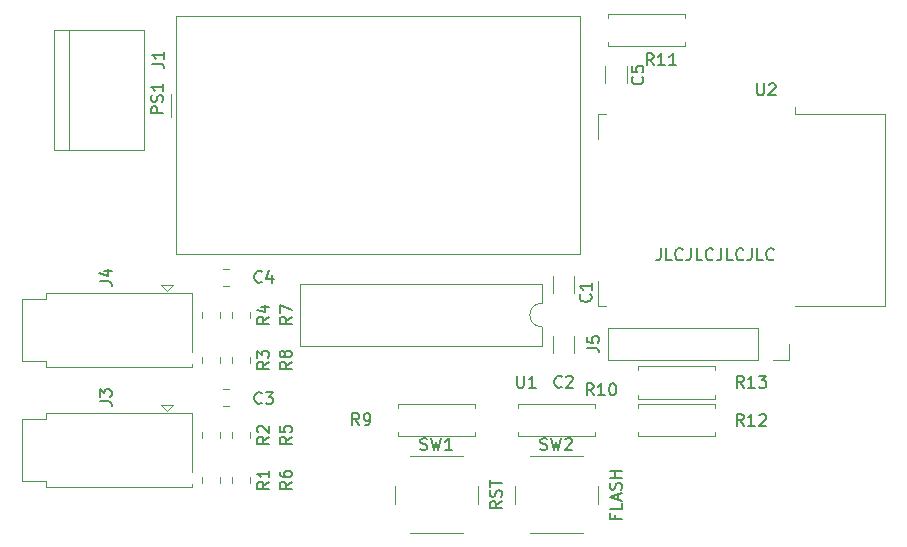
<source format=gbr>
%TF.GenerationSoftware,KiCad,Pcbnew,(6.0.10-0)*%
%TF.CreationDate,2023-01-20T21:59:01-08:00*%
%TF.ProjectId,mains-monitor,6d61696e-732d-46d6-9f6e-69746f722e6b,rev?*%
%TF.SameCoordinates,Original*%
%TF.FileFunction,Legend,Top*%
%TF.FilePolarity,Positive*%
%FSLAX46Y46*%
G04 Gerber Fmt 4.6, Leading zero omitted, Abs format (unit mm)*
G04 Created by KiCad (PCBNEW (6.0.10-0)) date 2023-01-20 21:59:01*
%MOMM*%
%LPD*%
G01*
G04 APERTURE LIST*
%ADD10C,0.150000*%
%ADD11C,0.120000*%
G04 APERTURE END LIST*
D10*
X72342952Y-47712380D02*
X72342952Y-48426666D01*
X72295333Y-48569523D01*
X72200095Y-48664761D01*
X72057238Y-48712380D01*
X71962000Y-48712380D01*
X73295333Y-48712380D02*
X72819142Y-48712380D01*
X72819142Y-47712380D01*
X74200095Y-48617142D02*
X74152476Y-48664761D01*
X74009619Y-48712380D01*
X73914380Y-48712380D01*
X73771523Y-48664761D01*
X73676285Y-48569523D01*
X73628666Y-48474285D01*
X73581047Y-48283809D01*
X73581047Y-48140952D01*
X73628666Y-47950476D01*
X73676285Y-47855238D01*
X73771523Y-47760000D01*
X73914380Y-47712380D01*
X74009619Y-47712380D01*
X74152476Y-47760000D01*
X74200095Y-47807619D01*
X74914380Y-47712380D02*
X74914380Y-48426666D01*
X74866761Y-48569523D01*
X74771523Y-48664761D01*
X74628666Y-48712380D01*
X74533428Y-48712380D01*
X75866761Y-48712380D02*
X75390571Y-48712380D01*
X75390571Y-47712380D01*
X76771523Y-48617142D02*
X76723904Y-48664761D01*
X76581047Y-48712380D01*
X76485809Y-48712380D01*
X76342952Y-48664761D01*
X76247714Y-48569523D01*
X76200095Y-48474285D01*
X76152476Y-48283809D01*
X76152476Y-48140952D01*
X76200095Y-47950476D01*
X76247714Y-47855238D01*
X76342952Y-47760000D01*
X76485809Y-47712380D01*
X76581047Y-47712380D01*
X76723904Y-47760000D01*
X76771523Y-47807619D01*
X77485809Y-47712380D02*
X77485809Y-48426666D01*
X77438190Y-48569523D01*
X77342952Y-48664761D01*
X77200095Y-48712380D01*
X77104857Y-48712380D01*
X78438190Y-48712380D02*
X77962000Y-48712380D01*
X77962000Y-47712380D01*
X79342952Y-48617142D02*
X79295333Y-48664761D01*
X79152476Y-48712380D01*
X79057238Y-48712380D01*
X78914380Y-48664761D01*
X78819142Y-48569523D01*
X78771523Y-48474285D01*
X78723904Y-48283809D01*
X78723904Y-48140952D01*
X78771523Y-47950476D01*
X78819142Y-47855238D01*
X78914380Y-47760000D01*
X79057238Y-47712380D01*
X79152476Y-47712380D01*
X79295333Y-47760000D01*
X79342952Y-47807619D01*
X80057238Y-47712380D02*
X80057238Y-48426666D01*
X80009619Y-48569523D01*
X79914380Y-48664761D01*
X79771523Y-48712380D01*
X79676285Y-48712380D01*
X81009619Y-48712380D02*
X80533428Y-48712380D01*
X80533428Y-47712380D01*
X81914380Y-48617142D02*
X81866761Y-48664761D01*
X81723904Y-48712380D01*
X81628666Y-48712380D01*
X81485809Y-48664761D01*
X81390571Y-48569523D01*
X81342952Y-48474285D01*
X81295333Y-48283809D01*
X81295333Y-48140952D01*
X81342952Y-47950476D01*
X81390571Y-47855238D01*
X81485809Y-47760000D01*
X81628666Y-47712380D01*
X81723904Y-47712380D01*
X81866761Y-47760000D01*
X81914380Y-47807619D01*
%TO.C,C2*%
X63968333Y-59412142D02*
X63920714Y-59459761D01*
X63777857Y-59507380D01*
X63682619Y-59507380D01*
X63539761Y-59459761D01*
X63444523Y-59364523D01*
X63396904Y-59269285D01*
X63349285Y-59078809D01*
X63349285Y-58935952D01*
X63396904Y-58745476D01*
X63444523Y-58650238D01*
X63539761Y-58555000D01*
X63682619Y-58507380D01*
X63777857Y-58507380D01*
X63920714Y-58555000D01*
X63968333Y-58602619D01*
X64349285Y-58602619D02*
X64396904Y-58555000D01*
X64492142Y-58507380D01*
X64730238Y-58507380D01*
X64825476Y-58555000D01*
X64873095Y-58602619D01*
X64920714Y-58697857D01*
X64920714Y-58793095D01*
X64873095Y-58935952D01*
X64301666Y-59507380D01*
X64920714Y-59507380D01*
%TO.C,U2*%
X80518095Y-33742380D02*
X80518095Y-34551904D01*
X80565714Y-34647142D01*
X80613333Y-34694761D01*
X80708571Y-34742380D01*
X80899047Y-34742380D01*
X80994285Y-34694761D01*
X81041904Y-34647142D01*
X81089523Y-34551904D01*
X81089523Y-33742380D01*
X81518095Y-33837619D02*
X81565714Y-33790000D01*
X81660952Y-33742380D01*
X81899047Y-33742380D01*
X81994285Y-33790000D01*
X82041904Y-33837619D01*
X82089523Y-33932857D01*
X82089523Y-34028095D01*
X82041904Y-34170952D01*
X81470476Y-34742380D01*
X82089523Y-34742380D01*
%TO.C,SW1*%
X52006666Y-64734761D02*
X52149523Y-64782380D01*
X52387619Y-64782380D01*
X52482857Y-64734761D01*
X52530476Y-64687142D01*
X52578095Y-64591904D01*
X52578095Y-64496666D01*
X52530476Y-64401428D01*
X52482857Y-64353809D01*
X52387619Y-64306190D01*
X52197142Y-64258571D01*
X52101904Y-64210952D01*
X52054285Y-64163333D01*
X52006666Y-64068095D01*
X52006666Y-63972857D01*
X52054285Y-63877619D01*
X52101904Y-63830000D01*
X52197142Y-63782380D01*
X52435238Y-63782380D01*
X52578095Y-63830000D01*
X52911428Y-63782380D02*
X53149523Y-64782380D01*
X53340000Y-64068095D01*
X53530476Y-64782380D01*
X53768571Y-63782380D01*
X54673333Y-64782380D02*
X54101904Y-64782380D01*
X54387619Y-64782380D02*
X54387619Y-63782380D01*
X54292380Y-63925238D01*
X54197142Y-64020476D01*
X54101904Y-64068095D01*
X58872380Y-69127619D02*
X58396190Y-69460952D01*
X58872380Y-69699047D02*
X57872380Y-69699047D01*
X57872380Y-69318095D01*
X57920000Y-69222857D01*
X57967619Y-69175238D01*
X58062857Y-69127619D01*
X58205714Y-69127619D01*
X58300952Y-69175238D01*
X58348571Y-69222857D01*
X58396190Y-69318095D01*
X58396190Y-69699047D01*
X58824761Y-68746666D02*
X58872380Y-68603809D01*
X58872380Y-68365714D01*
X58824761Y-68270476D01*
X58777142Y-68222857D01*
X58681904Y-68175238D01*
X58586666Y-68175238D01*
X58491428Y-68222857D01*
X58443809Y-68270476D01*
X58396190Y-68365714D01*
X58348571Y-68556190D01*
X58300952Y-68651428D01*
X58253333Y-68699047D01*
X58158095Y-68746666D01*
X58062857Y-68746666D01*
X57967619Y-68699047D01*
X57920000Y-68651428D01*
X57872380Y-68556190D01*
X57872380Y-68318095D01*
X57920000Y-68175238D01*
X57872380Y-67889523D02*
X57872380Y-67318095D01*
X58872380Y-67603809D02*
X57872380Y-67603809D01*
%TO.C,R5*%
X41092380Y-63674166D02*
X40616190Y-64007500D01*
X41092380Y-64245595D02*
X40092380Y-64245595D01*
X40092380Y-63864642D01*
X40140000Y-63769404D01*
X40187619Y-63721785D01*
X40282857Y-63674166D01*
X40425714Y-63674166D01*
X40520952Y-63721785D01*
X40568571Y-63769404D01*
X40616190Y-63864642D01*
X40616190Y-64245595D01*
X40092380Y-62769404D02*
X40092380Y-63245595D01*
X40568571Y-63293214D01*
X40520952Y-63245595D01*
X40473333Y-63150357D01*
X40473333Y-62912261D01*
X40520952Y-62817023D01*
X40568571Y-62769404D01*
X40663809Y-62721785D01*
X40901904Y-62721785D01*
X40997142Y-62769404D01*
X41044761Y-62817023D01*
X41092380Y-62912261D01*
X41092380Y-63150357D01*
X41044761Y-63245595D01*
X40997142Y-63293214D01*
%TO.C,R7*%
X41092380Y-53514166D02*
X40616190Y-53847500D01*
X41092380Y-54085595D02*
X40092380Y-54085595D01*
X40092380Y-53704642D01*
X40140000Y-53609404D01*
X40187619Y-53561785D01*
X40282857Y-53514166D01*
X40425714Y-53514166D01*
X40520952Y-53561785D01*
X40568571Y-53609404D01*
X40616190Y-53704642D01*
X40616190Y-54085595D01*
X40092380Y-53180833D02*
X40092380Y-52514166D01*
X41092380Y-52942738D01*
%TO.C,R11*%
X71747142Y-32202380D02*
X71413809Y-31726190D01*
X71175714Y-32202380D02*
X71175714Y-31202380D01*
X71556666Y-31202380D01*
X71651904Y-31250000D01*
X71699523Y-31297619D01*
X71747142Y-31392857D01*
X71747142Y-31535714D01*
X71699523Y-31630952D01*
X71651904Y-31678571D01*
X71556666Y-31726190D01*
X71175714Y-31726190D01*
X72699523Y-32202380D02*
X72128095Y-32202380D01*
X72413809Y-32202380D02*
X72413809Y-31202380D01*
X72318571Y-31345238D01*
X72223333Y-31440476D01*
X72128095Y-31488095D01*
X73651904Y-32202380D02*
X73080476Y-32202380D01*
X73366190Y-32202380D02*
X73366190Y-31202380D01*
X73270952Y-31345238D01*
X73175714Y-31440476D01*
X73080476Y-31488095D01*
%TO.C,R4*%
X39187380Y-53514166D02*
X38711190Y-53847500D01*
X39187380Y-54085595D02*
X38187380Y-54085595D01*
X38187380Y-53704642D01*
X38235000Y-53609404D01*
X38282619Y-53561785D01*
X38377857Y-53514166D01*
X38520714Y-53514166D01*
X38615952Y-53561785D01*
X38663571Y-53609404D01*
X38711190Y-53704642D01*
X38711190Y-54085595D01*
X38520714Y-52657023D02*
X39187380Y-52657023D01*
X38139761Y-52895119D02*
X38854047Y-53133214D01*
X38854047Y-52514166D01*
%TO.C,C1*%
X66397142Y-51601666D02*
X66444761Y-51649285D01*
X66492380Y-51792142D01*
X66492380Y-51887380D01*
X66444761Y-52030238D01*
X66349523Y-52125476D01*
X66254285Y-52173095D01*
X66063809Y-52220714D01*
X65920952Y-52220714D01*
X65730476Y-52173095D01*
X65635238Y-52125476D01*
X65540000Y-52030238D01*
X65492380Y-51887380D01*
X65492380Y-51792142D01*
X65540000Y-51649285D01*
X65587619Y-51601666D01*
X66492380Y-50649285D02*
X66492380Y-51220714D01*
X66492380Y-50935000D02*
X65492380Y-50935000D01*
X65635238Y-51030238D01*
X65730476Y-51125476D01*
X65778095Y-51220714D01*
%TO.C,R8*%
X41092380Y-57324166D02*
X40616190Y-57657500D01*
X41092380Y-57895595D02*
X40092380Y-57895595D01*
X40092380Y-57514642D01*
X40140000Y-57419404D01*
X40187619Y-57371785D01*
X40282857Y-57324166D01*
X40425714Y-57324166D01*
X40520952Y-57371785D01*
X40568571Y-57419404D01*
X40616190Y-57514642D01*
X40616190Y-57895595D01*
X40520952Y-56752738D02*
X40473333Y-56847976D01*
X40425714Y-56895595D01*
X40330476Y-56943214D01*
X40282857Y-56943214D01*
X40187619Y-56895595D01*
X40140000Y-56847976D01*
X40092380Y-56752738D01*
X40092380Y-56562261D01*
X40140000Y-56467023D01*
X40187619Y-56419404D01*
X40282857Y-56371785D01*
X40330476Y-56371785D01*
X40425714Y-56419404D01*
X40473333Y-56467023D01*
X40520952Y-56562261D01*
X40520952Y-56752738D01*
X40568571Y-56847976D01*
X40616190Y-56895595D01*
X40711428Y-56943214D01*
X40901904Y-56943214D01*
X40997142Y-56895595D01*
X41044761Y-56847976D01*
X41092380Y-56752738D01*
X41092380Y-56562261D01*
X41044761Y-56467023D01*
X40997142Y-56419404D01*
X40901904Y-56371785D01*
X40711428Y-56371785D01*
X40616190Y-56419404D01*
X40568571Y-56467023D01*
X40520952Y-56562261D01*
%TO.C,R2*%
X39187380Y-63666666D02*
X38711190Y-64000000D01*
X39187380Y-64238095D02*
X38187380Y-64238095D01*
X38187380Y-63857142D01*
X38235000Y-63761904D01*
X38282619Y-63714285D01*
X38377857Y-63666666D01*
X38520714Y-63666666D01*
X38615952Y-63714285D01*
X38663571Y-63761904D01*
X38711190Y-63857142D01*
X38711190Y-64238095D01*
X38282619Y-63285714D02*
X38235000Y-63238095D01*
X38187380Y-63142857D01*
X38187380Y-62904761D01*
X38235000Y-62809523D01*
X38282619Y-62761904D01*
X38377857Y-62714285D01*
X38473095Y-62714285D01*
X38615952Y-62761904D01*
X39187380Y-63333333D01*
X39187380Y-62714285D01*
%TO.C,J5*%
X66127380Y-56138333D02*
X66841666Y-56138333D01*
X66984523Y-56185952D01*
X67079761Y-56281190D01*
X67127380Y-56424047D01*
X67127380Y-56519285D01*
X66127380Y-55185952D02*
X66127380Y-55662142D01*
X66603571Y-55709761D01*
X66555952Y-55662142D01*
X66508333Y-55566904D01*
X66508333Y-55328809D01*
X66555952Y-55233571D01*
X66603571Y-55185952D01*
X66698809Y-55138333D01*
X66936904Y-55138333D01*
X67032142Y-55185952D01*
X67079761Y-55233571D01*
X67127380Y-55328809D01*
X67127380Y-55566904D01*
X67079761Y-55662142D01*
X67032142Y-55709761D01*
%TO.C,R13*%
X79367142Y-59507380D02*
X79033809Y-59031190D01*
X78795714Y-59507380D02*
X78795714Y-58507380D01*
X79176666Y-58507380D01*
X79271904Y-58555000D01*
X79319523Y-58602619D01*
X79367142Y-58697857D01*
X79367142Y-58840714D01*
X79319523Y-58935952D01*
X79271904Y-58983571D01*
X79176666Y-59031190D01*
X78795714Y-59031190D01*
X80319523Y-59507380D02*
X79748095Y-59507380D01*
X80033809Y-59507380D02*
X80033809Y-58507380D01*
X79938571Y-58650238D01*
X79843333Y-58745476D01*
X79748095Y-58793095D01*
X80652857Y-58507380D02*
X81271904Y-58507380D01*
X80938571Y-58888333D01*
X81081428Y-58888333D01*
X81176666Y-58935952D01*
X81224285Y-58983571D01*
X81271904Y-59078809D01*
X81271904Y-59316904D01*
X81224285Y-59412142D01*
X81176666Y-59459761D01*
X81081428Y-59507380D01*
X80795714Y-59507380D01*
X80700476Y-59459761D01*
X80652857Y-59412142D01*
%TO.C,J3*%
X24852380Y-60658333D02*
X25566666Y-60658333D01*
X25709523Y-60705952D01*
X25804761Y-60801190D01*
X25852380Y-60944047D01*
X25852380Y-61039285D01*
X24852380Y-60277380D02*
X24852380Y-59658333D01*
X25233333Y-59991666D01*
X25233333Y-59848809D01*
X25280952Y-59753571D01*
X25328571Y-59705952D01*
X25423809Y-59658333D01*
X25661904Y-59658333D01*
X25757142Y-59705952D01*
X25804761Y-59753571D01*
X25852380Y-59848809D01*
X25852380Y-60134523D01*
X25804761Y-60229761D01*
X25757142Y-60277380D01*
%TO.C,J1*%
X29297380Y-32083333D02*
X30011666Y-32083333D01*
X30154523Y-32130952D01*
X30249761Y-32226190D01*
X30297380Y-32369047D01*
X30297380Y-32464285D01*
X30297380Y-31083333D02*
X30297380Y-31654761D01*
X30297380Y-31369047D02*
X29297380Y-31369047D01*
X29440238Y-31464285D01*
X29535476Y-31559523D01*
X29583095Y-31654761D01*
%TO.C,R9*%
X46823333Y-62672380D02*
X46490000Y-62196190D01*
X46251904Y-62672380D02*
X46251904Y-61672380D01*
X46632857Y-61672380D01*
X46728095Y-61720000D01*
X46775714Y-61767619D01*
X46823333Y-61862857D01*
X46823333Y-62005714D01*
X46775714Y-62100952D01*
X46728095Y-62148571D01*
X46632857Y-62196190D01*
X46251904Y-62196190D01*
X47299523Y-62672380D02*
X47490000Y-62672380D01*
X47585238Y-62624761D01*
X47632857Y-62577142D01*
X47728095Y-62434285D01*
X47775714Y-62243809D01*
X47775714Y-61862857D01*
X47728095Y-61767619D01*
X47680476Y-61720000D01*
X47585238Y-61672380D01*
X47394761Y-61672380D01*
X47299523Y-61720000D01*
X47251904Y-61767619D01*
X47204285Y-61862857D01*
X47204285Y-62100952D01*
X47251904Y-62196190D01*
X47299523Y-62243809D01*
X47394761Y-62291428D01*
X47585238Y-62291428D01*
X47680476Y-62243809D01*
X47728095Y-62196190D01*
X47775714Y-62100952D01*
%TO.C,U1*%
X60198095Y-58507380D02*
X60198095Y-59316904D01*
X60245714Y-59412142D01*
X60293333Y-59459761D01*
X60388571Y-59507380D01*
X60579047Y-59507380D01*
X60674285Y-59459761D01*
X60721904Y-59412142D01*
X60769523Y-59316904D01*
X60769523Y-58507380D01*
X61769523Y-59507380D02*
X61198095Y-59507380D01*
X61483809Y-59507380D02*
X61483809Y-58507380D01*
X61388571Y-58650238D01*
X61293333Y-58745476D01*
X61198095Y-58793095D01*
%TO.C,C4*%
X38568333Y-50522142D02*
X38520714Y-50569761D01*
X38377857Y-50617380D01*
X38282619Y-50617380D01*
X38139761Y-50569761D01*
X38044523Y-50474523D01*
X37996904Y-50379285D01*
X37949285Y-50188809D01*
X37949285Y-50045952D01*
X37996904Y-49855476D01*
X38044523Y-49760238D01*
X38139761Y-49665000D01*
X38282619Y-49617380D01*
X38377857Y-49617380D01*
X38520714Y-49665000D01*
X38568333Y-49712619D01*
X39425476Y-49950714D02*
X39425476Y-50617380D01*
X39187380Y-49569761D02*
X38949285Y-50284047D01*
X39568333Y-50284047D01*
%TO.C,R6*%
X41092380Y-67484166D02*
X40616190Y-67817500D01*
X41092380Y-68055595D02*
X40092380Y-68055595D01*
X40092380Y-67674642D01*
X40140000Y-67579404D01*
X40187619Y-67531785D01*
X40282857Y-67484166D01*
X40425714Y-67484166D01*
X40520952Y-67531785D01*
X40568571Y-67579404D01*
X40616190Y-67674642D01*
X40616190Y-68055595D01*
X40092380Y-66627023D02*
X40092380Y-66817500D01*
X40140000Y-66912738D01*
X40187619Y-66960357D01*
X40330476Y-67055595D01*
X40520952Y-67103214D01*
X40901904Y-67103214D01*
X40997142Y-67055595D01*
X41044761Y-67007976D01*
X41092380Y-66912738D01*
X41092380Y-66722261D01*
X41044761Y-66627023D01*
X40997142Y-66579404D01*
X40901904Y-66531785D01*
X40663809Y-66531785D01*
X40568571Y-66579404D01*
X40520952Y-66627023D01*
X40473333Y-66722261D01*
X40473333Y-66912738D01*
X40520952Y-67007976D01*
X40568571Y-67055595D01*
X40663809Y-67103214D01*
%TO.C,J4*%
X24852380Y-50498333D02*
X25566666Y-50498333D01*
X25709523Y-50545952D01*
X25804761Y-50641190D01*
X25852380Y-50784047D01*
X25852380Y-50879285D01*
X25185714Y-49593571D02*
X25852380Y-49593571D01*
X24804761Y-49831666D02*
X25519047Y-50069761D01*
X25519047Y-49450714D01*
%TO.C,C3*%
X38568333Y-60782142D02*
X38520714Y-60829761D01*
X38377857Y-60877380D01*
X38282619Y-60877380D01*
X38139761Y-60829761D01*
X38044523Y-60734523D01*
X37996904Y-60639285D01*
X37949285Y-60448809D01*
X37949285Y-60305952D01*
X37996904Y-60115476D01*
X38044523Y-60020238D01*
X38139761Y-59925000D01*
X38282619Y-59877380D01*
X38377857Y-59877380D01*
X38520714Y-59925000D01*
X38568333Y-59972619D01*
X38901666Y-59877380D02*
X39520714Y-59877380D01*
X39187380Y-60258333D01*
X39330238Y-60258333D01*
X39425476Y-60305952D01*
X39473095Y-60353571D01*
X39520714Y-60448809D01*
X39520714Y-60686904D01*
X39473095Y-60782142D01*
X39425476Y-60829761D01*
X39330238Y-60877380D01*
X39044523Y-60877380D01*
X38949285Y-60829761D01*
X38901666Y-60782142D01*
%TO.C,R10*%
X66667142Y-60142380D02*
X66333809Y-59666190D01*
X66095714Y-60142380D02*
X66095714Y-59142380D01*
X66476666Y-59142380D01*
X66571904Y-59190000D01*
X66619523Y-59237619D01*
X66667142Y-59332857D01*
X66667142Y-59475714D01*
X66619523Y-59570952D01*
X66571904Y-59618571D01*
X66476666Y-59666190D01*
X66095714Y-59666190D01*
X67619523Y-60142380D02*
X67048095Y-60142380D01*
X67333809Y-60142380D02*
X67333809Y-59142380D01*
X67238571Y-59285238D01*
X67143333Y-59380476D01*
X67048095Y-59428095D01*
X68238571Y-59142380D02*
X68333809Y-59142380D01*
X68429047Y-59190000D01*
X68476666Y-59237619D01*
X68524285Y-59332857D01*
X68571904Y-59523333D01*
X68571904Y-59761428D01*
X68524285Y-59951904D01*
X68476666Y-60047142D01*
X68429047Y-60094761D01*
X68333809Y-60142380D01*
X68238571Y-60142380D01*
X68143333Y-60094761D01*
X68095714Y-60047142D01*
X68048095Y-59951904D01*
X68000476Y-59761428D01*
X68000476Y-59523333D01*
X68048095Y-59332857D01*
X68095714Y-59237619D01*
X68143333Y-59190000D01*
X68238571Y-59142380D01*
%TO.C,R12*%
X79367142Y-62737380D02*
X79033809Y-62261190D01*
X78795714Y-62737380D02*
X78795714Y-61737380D01*
X79176666Y-61737380D01*
X79271904Y-61785000D01*
X79319523Y-61832619D01*
X79367142Y-61927857D01*
X79367142Y-62070714D01*
X79319523Y-62165952D01*
X79271904Y-62213571D01*
X79176666Y-62261190D01*
X78795714Y-62261190D01*
X80319523Y-62737380D02*
X79748095Y-62737380D01*
X80033809Y-62737380D02*
X80033809Y-61737380D01*
X79938571Y-61880238D01*
X79843333Y-61975476D01*
X79748095Y-62023095D01*
X80700476Y-61832619D02*
X80748095Y-61785000D01*
X80843333Y-61737380D01*
X81081428Y-61737380D01*
X81176666Y-61785000D01*
X81224285Y-61832619D01*
X81271904Y-61927857D01*
X81271904Y-62023095D01*
X81224285Y-62165952D01*
X80652857Y-62737380D01*
X81271904Y-62737380D01*
%TO.C,R1*%
X39187380Y-67484166D02*
X38711190Y-67817500D01*
X39187380Y-68055595D02*
X38187380Y-68055595D01*
X38187380Y-67674642D01*
X38235000Y-67579404D01*
X38282619Y-67531785D01*
X38377857Y-67484166D01*
X38520714Y-67484166D01*
X38615952Y-67531785D01*
X38663571Y-67579404D01*
X38711190Y-67674642D01*
X38711190Y-68055595D01*
X39187380Y-66531785D02*
X39187380Y-67103214D01*
X39187380Y-66817500D02*
X38187380Y-66817500D01*
X38330238Y-66912738D01*
X38425476Y-67007976D01*
X38473095Y-67103214D01*
%TO.C,C5*%
X70787142Y-33186666D02*
X70834761Y-33234285D01*
X70882380Y-33377142D01*
X70882380Y-33472380D01*
X70834761Y-33615238D01*
X70739523Y-33710476D01*
X70644285Y-33758095D01*
X70453809Y-33805714D01*
X70310952Y-33805714D01*
X70120476Y-33758095D01*
X70025238Y-33710476D01*
X69930000Y-33615238D01*
X69882380Y-33472380D01*
X69882380Y-33377142D01*
X69930000Y-33234285D01*
X69977619Y-33186666D01*
X69882380Y-32281904D02*
X69882380Y-32758095D01*
X70358571Y-32805714D01*
X70310952Y-32758095D01*
X70263333Y-32662857D01*
X70263333Y-32424761D01*
X70310952Y-32329523D01*
X70358571Y-32281904D01*
X70453809Y-32234285D01*
X70691904Y-32234285D01*
X70787142Y-32281904D01*
X70834761Y-32329523D01*
X70882380Y-32424761D01*
X70882380Y-32662857D01*
X70834761Y-32758095D01*
X70787142Y-32805714D01*
%TO.C,R3*%
X39187380Y-57324166D02*
X38711190Y-57657500D01*
X39187380Y-57895595D02*
X38187380Y-57895595D01*
X38187380Y-57514642D01*
X38235000Y-57419404D01*
X38282619Y-57371785D01*
X38377857Y-57324166D01*
X38520714Y-57324166D01*
X38615952Y-57371785D01*
X38663571Y-57419404D01*
X38711190Y-57514642D01*
X38711190Y-57895595D01*
X38187380Y-56990833D02*
X38187380Y-56371785D01*
X38568333Y-56705119D01*
X38568333Y-56562261D01*
X38615952Y-56467023D01*
X38663571Y-56419404D01*
X38758809Y-56371785D01*
X38996904Y-56371785D01*
X39092142Y-56419404D01*
X39139761Y-56467023D01*
X39187380Y-56562261D01*
X39187380Y-56847976D01*
X39139761Y-56943214D01*
X39092142Y-56990833D01*
%TO.C,SW2*%
X62166666Y-64734761D02*
X62309523Y-64782380D01*
X62547619Y-64782380D01*
X62642857Y-64734761D01*
X62690476Y-64687142D01*
X62738095Y-64591904D01*
X62738095Y-64496666D01*
X62690476Y-64401428D01*
X62642857Y-64353809D01*
X62547619Y-64306190D01*
X62357142Y-64258571D01*
X62261904Y-64210952D01*
X62214285Y-64163333D01*
X62166666Y-64068095D01*
X62166666Y-63972857D01*
X62214285Y-63877619D01*
X62261904Y-63830000D01*
X62357142Y-63782380D01*
X62595238Y-63782380D01*
X62738095Y-63830000D01*
X63071428Y-63782380D02*
X63309523Y-64782380D01*
X63500000Y-64068095D01*
X63690476Y-64782380D01*
X63928571Y-63782380D01*
X64261904Y-63877619D02*
X64309523Y-63830000D01*
X64404761Y-63782380D01*
X64642857Y-63782380D01*
X64738095Y-63830000D01*
X64785714Y-63877619D01*
X64833333Y-63972857D01*
X64833333Y-64068095D01*
X64785714Y-64210952D01*
X64214285Y-64782380D01*
X64833333Y-64782380D01*
X68508571Y-70270476D02*
X68508571Y-70603809D01*
X69032380Y-70603809D02*
X68032380Y-70603809D01*
X68032380Y-70127619D01*
X69032380Y-69270476D02*
X69032380Y-69746666D01*
X68032380Y-69746666D01*
X68746666Y-68984761D02*
X68746666Y-68508571D01*
X69032380Y-69080000D02*
X68032380Y-68746666D01*
X69032380Y-68413333D01*
X68984761Y-68127619D02*
X69032380Y-67984761D01*
X69032380Y-67746666D01*
X68984761Y-67651428D01*
X68937142Y-67603809D01*
X68841904Y-67556190D01*
X68746666Y-67556190D01*
X68651428Y-67603809D01*
X68603809Y-67651428D01*
X68556190Y-67746666D01*
X68508571Y-67937142D01*
X68460952Y-68032380D01*
X68413333Y-68080000D01*
X68318095Y-68127619D01*
X68222857Y-68127619D01*
X68127619Y-68080000D01*
X68080000Y-68032380D01*
X68032380Y-67937142D01*
X68032380Y-67699047D01*
X68080000Y-67556190D01*
X69032380Y-67127619D02*
X68032380Y-67127619D01*
X68508571Y-67127619D02*
X68508571Y-66556190D01*
X69032380Y-66556190D02*
X68032380Y-66556190D01*
%TO.C,PS1*%
X30209880Y-36264285D02*
X29209880Y-36264285D01*
X29209880Y-35883333D01*
X29257500Y-35788095D01*
X29305119Y-35740476D01*
X29400357Y-35692857D01*
X29543214Y-35692857D01*
X29638452Y-35740476D01*
X29686071Y-35788095D01*
X29733690Y-35883333D01*
X29733690Y-36264285D01*
X30162261Y-35311904D02*
X30209880Y-35169047D01*
X30209880Y-34930952D01*
X30162261Y-34835714D01*
X30114642Y-34788095D01*
X30019404Y-34740476D01*
X29924166Y-34740476D01*
X29828928Y-34788095D01*
X29781309Y-34835714D01*
X29733690Y-34930952D01*
X29686071Y-35121428D01*
X29638452Y-35216666D01*
X29590833Y-35264285D01*
X29495595Y-35311904D01*
X29400357Y-35311904D01*
X29305119Y-35264285D01*
X29257500Y-35216666D01*
X29209880Y-35121428D01*
X29209880Y-34883333D01*
X29257500Y-34740476D01*
X30209880Y-33788095D02*
X30209880Y-34359523D01*
X30209880Y-34073809D02*
X29209880Y-34073809D01*
X29352738Y-34169047D01*
X29447976Y-34264285D01*
X29495595Y-34359523D01*
D11*
%TO.C,C2*%
X65045000Y-56591252D02*
X65045000Y-55168748D01*
X63225000Y-56591252D02*
X63225000Y-55168748D01*
%TO.C,U2*%
X91310000Y-52570000D02*
X83690000Y-52570000D01*
X83690000Y-36330000D02*
X91310000Y-36330000D01*
X67070000Y-36330000D02*
X67690000Y-36330000D01*
X91310000Y-36330000D02*
X91310000Y-52570000D01*
X83690000Y-36330000D02*
X83690000Y-35720000D01*
X67070000Y-52570000D02*
X67070000Y-50450000D01*
X67690000Y-52570000D02*
X67070000Y-52570000D01*
X67070000Y-38450000D02*
X67070000Y-36330000D01*
%TO.C,SW1*%
X49840000Y-67830000D02*
X49840000Y-69330000D01*
X56840000Y-69330000D02*
X56840000Y-67830000D01*
X55590000Y-65330000D02*
X51090000Y-65330000D01*
X51090000Y-71830000D02*
X55590000Y-71830000D01*
%TO.C,R5*%
X37565000Y-63280436D02*
X37565000Y-63734564D01*
X36095000Y-63280436D02*
X36095000Y-63734564D01*
%TO.C,R7*%
X37565000Y-53120436D02*
X37565000Y-53574564D01*
X36095000Y-53120436D02*
X36095000Y-53574564D01*
%TO.C,R11*%
X67850000Y-28170000D02*
X67850000Y-27840000D01*
X67850000Y-30580000D02*
X74390000Y-30580000D01*
X74390000Y-30580000D02*
X74390000Y-30250000D01*
X74390000Y-27840000D02*
X74390000Y-28170000D01*
X67850000Y-27840000D02*
X74390000Y-27840000D01*
X67850000Y-30250000D02*
X67850000Y-30580000D01*
%TO.C,R4*%
X35025000Y-53567064D02*
X35025000Y-53112936D01*
X33555000Y-53567064D02*
X33555000Y-53112936D01*
%TO.C,C1*%
X65045000Y-50088748D02*
X65045000Y-51511252D01*
X63225000Y-50088748D02*
X63225000Y-51511252D01*
%TO.C,R8*%
X37565000Y-56930436D02*
X37565000Y-57384564D01*
X36095000Y-56930436D02*
X36095000Y-57384564D01*
%TO.C,R2*%
X35025000Y-63727064D02*
X35025000Y-63272936D01*
X33555000Y-63727064D02*
X33555000Y-63272936D01*
%TO.C,J5*%
X83220000Y-57135000D02*
X81890000Y-57135000D01*
X80620000Y-54475000D02*
X67860000Y-54475000D01*
X80620000Y-57135000D02*
X67860000Y-57135000D01*
X80620000Y-54475000D02*
X80620000Y-57135000D01*
X83220000Y-55805000D02*
X83220000Y-57135000D01*
X67860000Y-54475000D02*
X67860000Y-57135000D01*
%TO.C,R13*%
X76930000Y-60425000D02*
X76930000Y-60095000D01*
X70390000Y-57685000D02*
X76930000Y-57685000D01*
X70390000Y-60095000D02*
X70390000Y-60425000D01*
X70390000Y-58015000D02*
X70390000Y-57685000D01*
X76930000Y-57685000D02*
X76930000Y-58015000D01*
X70390000Y-60425000D02*
X76930000Y-60425000D01*
%TO.C,J3*%
X30060000Y-60940000D02*
X30560000Y-61440000D01*
X32700000Y-61670000D02*
X32700000Y-66670000D01*
X20300000Y-61620000D02*
X32700000Y-61620000D01*
X20300000Y-67370000D02*
X18300000Y-67370000D01*
X20300000Y-67925000D02*
X32700000Y-67925000D01*
X18300000Y-62170000D02*
X18300000Y-67370000D01*
X32700000Y-67870000D02*
X32700000Y-67660000D01*
X30560000Y-61440000D02*
X31060000Y-60940000D01*
X20300000Y-67870000D02*
X20300000Y-67370000D01*
X18300000Y-62170000D02*
X20300000Y-62170000D01*
X31060000Y-60940000D02*
X30060000Y-60940000D01*
X20300000Y-61670000D02*
X20300000Y-62170000D01*
%TO.C,J1*%
X20955000Y-29210000D02*
X20955000Y-39370000D01*
X28575000Y-29210000D02*
X20955000Y-29210000D01*
X20955000Y-39370000D02*
X28575000Y-39370000D01*
X28575000Y-39370000D02*
X28575000Y-29210000D01*
X22225000Y-39370000D02*
X22225000Y-29210000D01*
%TO.C,R9*%
X50070000Y-63600000D02*
X56610000Y-63600000D01*
X56610000Y-60860000D02*
X56610000Y-61190000D01*
X50070000Y-63270000D02*
X50070000Y-63600000D01*
X56610000Y-63600000D02*
X56610000Y-63270000D01*
X50070000Y-61190000D02*
X50070000Y-60860000D01*
X50070000Y-60860000D02*
X56610000Y-60860000D01*
%TO.C,U1*%
X41835000Y-50700000D02*
X41835000Y-56000000D01*
X62275000Y-56000000D02*
X62275000Y-54350000D01*
X41835000Y-56000000D02*
X62275000Y-56000000D01*
X62275000Y-52350000D02*
X62275000Y-50700000D01*
X62275000Y-50700000D02*
X41835000Y-50700000D01*
X62275000Y-52350000D02*
G75*
G03*
X62275000Y-54350000I0J-1000000D01*
G01*
%TO.C,C4*%
X35298748Y-49430000D02*
X35821252Y-49430000D01*
X35298748Y-50900000D02*
X35821252Y-50900000D01*
%TO.C,R6*%
X36095000Y-67090436D02*
X36095000Y-67544564D01*
X37565000Y-67090436D02*
X37565000Y-67544564D01*
%TO.C,J4*%
X30060000Y-50780000D02*
X30560000Y-51280000D01*
X18300000Y-52010000D02*
X20300000Y-52010000D01*
X20300000Y-51460000D02*
X32700000Y-51460000D01*
X20300000Y-57765000D02*
X32700000Y-57765000D01*
X30560000Y-51280000D02*
X31060000Y-50780000D01*
X32700000Y-51510000D02*
X32700000Y-56510000D01*
X18300000Y-52010000D02*
X18300000Y-57210000D01*
X32700000Y-57710000D02*
X32700000Y-57500000D01*
X20300000Y-57210000D02*
X18300000Y-57210000D01*
X20300000Y-57710000D02*
X20300000Y-57210000D01*
X20300000Y-51510000D02*
X20300000Y-52010000D01*
X31060000Y-50780000D02*
X30060000Y-50780000D01*
%TO.C,C3*%
X35298748Y-61060000D02*
X35821252Y-61060000D01*
X35298748Y-59590000D02*
X35821252Y-59590000D01*
%TO.C,R10*%
X60230000Y-60860000D02*
X60230000Y-61190000D01*
X66770000Y-63600000D02*
X60230000Y-63600000D01*
X66770000Y-61190000D02*
X66770000Y-60860000D01*
X66770000Y-60860000D02*
X60230000Y-60860000D01*
X66770000Y-63270000D02*
X66770000Y-63600000D01*
X60230000Y-63600000D02*
X60230000Y-63270000D01*
%TO.C,R12*%
X70390000Y-61190000D02*
X70390000Y-60860000D01*
X70390000Y-63600000D02*
X76930000Y-63600000D01*
X70390000Y-63270000D02*
X70390000Y-63600000D01*
X76930000Y-60860000D02*
X76930000Y-61190000D01*
X70390000Y-60860000D02*
X76930000Y-60860000D01*
X76930000Y-63600000D02*
X76930000Y-63270000D01*
%TO.C,R1*%
X33555000Y-67537064D02*
X33555000Y-67082936D01*
X35025000Y-67537064D02*
X35025000Y-67082936D01*
%TO.C,C5*%
X69490000Y-32308748D02*
X69490000Y-33731252D01*
X67670000Y-32308748D02*
X67670000Y-33731252D01*
%TO.C,R3*%
X33555000Y-57377064D02*
X33555000Y-56922936D01*
X35025000Y-57377064D02*
X35025000Y-56922936D01*
%TO.C,SW2*%
X67000000Y-69330000D02*
X67000000Y-67830000D01*
X60000000Y-67830000D02*
X60000000Y-69330000D01*
X65750000Y-65330000D02*
X61250000Y-65330000D01*
X61250000Y-71830000D02*
X65750000Y-71830000D01*
%TO.C,PS1*%
X65497500Y-28000000D02*
X31297500Y-28000000D01*
X31297500Y-28000000D02*
X31297500Y-48200000D01*
X31297500Y-48200000D02*
X65497500Y-48200000D01*
X65497500Y-48200000D02*
X65497500Y-28000000D01*
X30907500Y-34600000D02*
X30907500Y-36610000D01*
%TD*%
M02*

</source>
